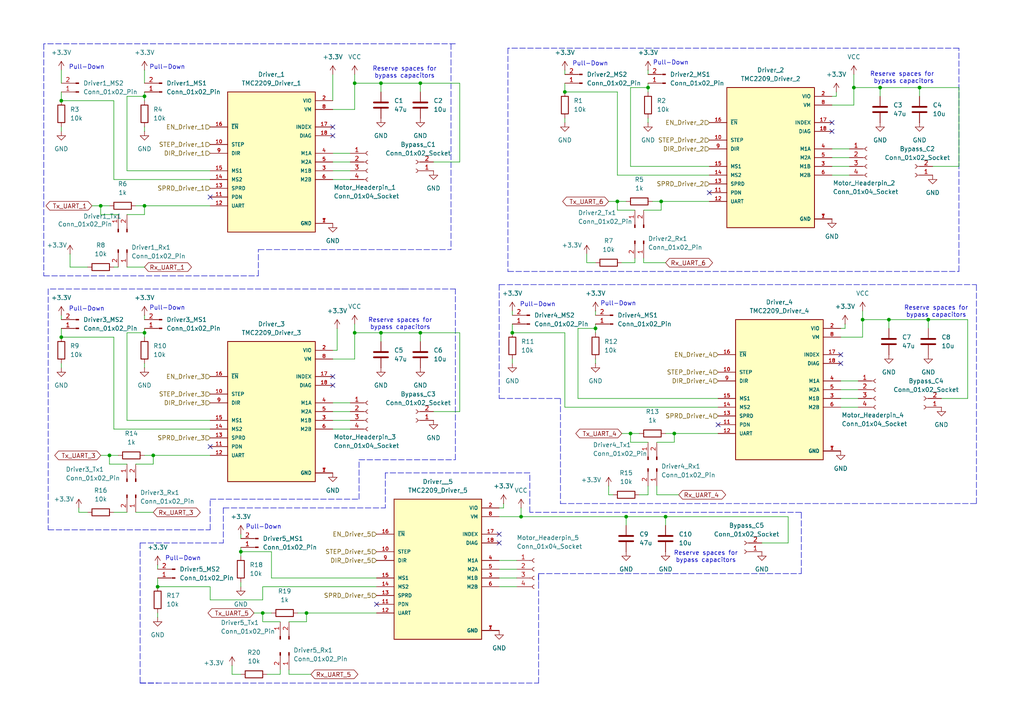
<source format=kicad_sch>
(kicad_sch (version 20231120) (generator "eeschema") (generator_version "8.0")
  (paper "A4")
  (junction (at 266.7 25.4))
  (junction (at 182.88 125.73))
  (junction (at 102.87 24.13))
  (junction (at 69.85 160.02))
  (junction (at 172.72 95.25))
  (junction (at 29.21 59.69))
  (junction (at 121.92 96.52))
  (junction (at 41.91 59.69))
  (junction (at 148.59 96.52))
  (junction (at 41.91 96.52))
  (junction (at 41.91 27.94))
  (junction (at 76.2 177.8))
  (junction (at 45.72 170.18))
  (junction (at 88.9 177.8))
  (junction (at 151.13 149.86))
  (junction (at 110.49 24.13))
  (junction (at 31.75 132.08))
  (junction (at 181.61 149.86))
  (junction (at 257.81 92.71))
  (junction (at 191.77 58.42))
  (junction (at 110.49 96.52))
  (junction (at 17.78 29.21))
  (junction (at 179.07 58.42))
  (junction (at 102.87 96.52))
  (junction (at 44.45 132.08))
  (junction (at 193.04 149.86))
  (junction (at 195.58 125.73))
  (junction (at 187.96 25.4))
  (junction (at 163.83 26.67))
  (junction (at 247.65 25.4))
  (junction (at 269.24 92.71))
  (junction (at 255.27 25.4))
  (junction (at 17.78 97.79))
  (junction (at 121.92 24.13))
  (junction (at 250.19 92.71))
  (no_connect (at 96.52 109.22))
  (no_connect (at 243.84 102.87))
  (no_connect (at 205.74 55.88))
  (no_connect (at 96.52 36.83))
  (no_connect (at 96.52 39.37))
  (no_connect (at 96.52 111.76))
  (no_connect (at 208.28 123.19))
  (no_connect (at 109.22 175.26))
  (no_connect (at 60.96 129.54))
  (no_connect (at 144.78 154.94))
  (no_connect (at 60.96 57.15))
  (no_connect (at 144.78 157.48))
  (no_connect (at 241.3 35.56))
  (no_connect (at 241.3 38.1))
  (no_connect (at 243.84 105.41))
  (wire (pts (xy 182.88 125.73) (xy 182.88 128.27)))
  (polyline (pts (xy 40.64 157.48) (xy 64.77 157.48)) (stroke (width 0) (type dash)))
  (wire (pts (xy 31.75 132.08) (xy 31.75 134.62)))
  (wire (pts (xy 102.87 31.75) (xy 96.52 31.75)))
  (polyline (pts (xy 74.93 80.01) (xy 74.93 72.39)) (stroke (width 0) (type dash)))
  (polyline (pts (xy 147.32 78.74) (xy 278.13 78.74)) (stroke (width 0) (type dash)))
  (wire (pts (xy 60.96 52.07) (xy 33.02 52.07)))
  (polyline (pts (xy 156.21 198.12) (xy 156.21 166.37)) (stroke (width 0) (type dash)))
  (wire (pts (xy 33.02 124.46) (xy 60.96 124.46)))
  (wire (pts (xy 172.72 95.25) (xy 172.72 93.98)))
  (wire (pts (xy 69.85 160.02) (xy 69.85 161.29)))
  (wire (pts (xy 243.84 118.11) (xy 248.92 118.11)))
  (wire (pts (xy 144.78 162.56) (xy 149.86 162.56)))
  (wire (pts (xy 181.61 152.4) (xy 181.61 149.86)))
  (polyline (pts (xy 13.97 153.67) (xy 60.96 153.67)) (stroke (width 0) (type dash)))
  (polyline (pts (xy 116.84 83.82) (xy 13.97 83.82)) (stroke (width 0) (type dash)))
  (wire (pts (xy 83.82 180.34) (xy 88.9 180.34)))
  (wire (pts (xy 33.02 148.59) (xy 36.83 148.59)))
  (wire (pts (xy 41.91 91.44) (xy 41.91 92.71)))
  (wire (pts (xy 242.57 26.67) (xy 242.57 27.94)))
  (wire (pts (xy 67.31 193.04) (xy 67.31 195.58)))
  (wire (pts (xy 73.66 177.8) (xy 76.2 177.8)))
  (wire (pts (xy 76.2 173.99) (xy 76.2 170.18)))
  (wire (pts (xy 20.32 73.66) (xy 20.32 77.47)))
  (wire (pts (xy 102.87 24.13) (xy 102.87 31.75)))
  (wire (pts (xy 102.87 96.52) (xy 102.87 104.14)))
  (wire (pts (xy 60.96 170.18) (xy 60.96 173.99)))
  (wire (pts (xy 170.18 73.66) (xy 170.18 76.2)))
  (wire (pts (xy 41.91 106.68) (xy 41.91 105.41)))
  (wire (pts (xy 17.78 97.79) (xy 17.78 95.25)))
  (wire (pts (xy 102.87 24.13) (xy 110.49 24.13)))
  (wire (pts (xy 36.83 27.94) (xy 36.83 49.53)))
  (wire (pts (xy 241.3 45.72) (xy 246.38 45.72)))
  (wire (pts (xy 69.85 170.18) (xy 69.85 168.91)))
  (wire (pts (xy 41.91 27.94) (xy 41.91 26.67)))
  (polyline (pts (xy 40.64 198.12) (xy 156.21 198.12)) (stroke (width 0) (type dash)))
  (wire (pts (xy 191.77 58.42) (xy 205.74 58.42)))
  (wire (pts (xy 250.19 92.71) (xy 250.19 97.79)))
  (wire (pts (xy 182.88 125.73) (xy 185.42 125.73)))
  (wire (pts (xy 125.73 46.99) (xy 133.35 46.99)))
  (polyline (pts (xy 162.56 146.05) (xy 283.21 146.05)) (stroke (width 0) (type dash)))
  (wire (pts (xy 86.36 177.8) (xy 88.9 177.8)))
  (wire (pts (xy 44.45 134.62) (xy 44.45 132.08)))
  (wire (pts (xy 148.59 96.52) (xy 148.59 93.98)))
  (wire (pts (xy 45.72 170.18) (xy 45.72 167.64)))
  (wire (pts (xy 273.05 115.57) (xy 280.67 115.57)))
  (wire (pts (xy 83.82 194.31) (xy 83.82 195.58)))
  (wire (pts (xy 185.42 143.51) (xy 187.96 143.51)))
  (wire (pts (xy 163.83 26.67) (xy 163.83 24.13)))
  (polyline (pts (xy 132.08 12.7) (xy 12.7 12.7)) (stroke (width 0) (type dash)))
  (wire (pts (xy 31.75 134.62) (xy 36.83 134.62)))
  (polyline (pts (xy 147.32 13.97) (xy 147.32 78.74)) (stroke (width 0) (type dash)))
  (wire (pts (xy 167.64 95.25) (xy 167.64 115.57)))
  (polyline (pts (xy 12.7 80.01) (xy 74.93 80.01)) (stroke (width 0) (type dash)))
  (polyline (pts (xy 232.41 148.59) (xy 153.67 148.59)) (stroke (width 0) (type dash)))
  (polyline (pts (xy 153.67 137.16) (xy 111.76 137.16)) (stroke (width 0) (type dash)))
  (wire (pts (xy 69.85 154.94) (xy 69.85 156.21)))
  (wire (pts (xy 172.72 90.17) (xy 172.72 91.44)))
  (wire (pts (xy 45.72 163.83) (xy 45.72 165.1)))
  (wire (pts (xy 241.3 48.26) (xy 246.38 48.26)))
  (wire (pts (xy 17.78 38.1) (xy 17.78 36.83)))
  (wire (pts (xy 163.83 20.32) (xy 163.83 21.59)))
  (wire (pts (xy 133.35 119.38) (xy 133.35 96.52)))
  (wire (pts (xy 172.72 95.25) (xy 167.64 95.25)))
  (wire (pts (xy 176.53 143.51) (xy 177.8 143.51)))
  (wire (pts (xy 250.19 97.79) (xy 243.84 97.79)))
  (polyline (pts (xy 13.97 83.82) (xy 13.97 153.67)) (stroke (width 0) (type dash)))
  (wire (pts (xy 102.87 96.52) (xy 110.49 96.52)))
  (wire (pts (xy 110.49 96.52) (xy 121.92 96.52)))
  (wire (pts (xy 17.78 20.32) (xy 17.78 24.13)))
  (wire (pts (xy 17.78 29.21) (xy 17.78 26.67)))
  (wire (pts (xy 193.04 149.86) (xy 193.04 152.4)))
  (wire (pts (xy 182.88 25.4) (xy 182.88 48.26)))
  (wire (pts (xy 176.53 58.42) (xy 179.07 58.42)))
  (wire (pts (xy 133.35 46.99) (xy 133.35 24.13)))
  (wire (pts (xy 179.07 26.67) (xy 163.83 26.67)))
  (wire (pts (xy 41.91 29.21) (xy 41.91 27.94)))
  (wire (pts (xy 172.72 105.41) (xy 172.72 104.14)))
  (wire (pts (xy 29.21 62.23) (xy 34.29 62.23)))
  (polyline (pts (xy 74.93 72.39) (xy 130.81 72.39)) (stroke (width 0) (type dash)))
  (wire (pts (xy 179.07 26.67) (xy 179.07 50.8)))
  (wire (pts (xy 78.74 160.02) (xy 78.74 167.64)))
  (wire (pts (xy 151.13 147.32) (xy 151.13 149.86)))
  (wire (pts (xy 208.28 118.11) (xy 163.83 118.11)))
  (wire (pts (xy 31.75 132.08) (xy 34.29 132.08)))
  (wire (pts (xy 44.45 132.08) (xy 60.96 132.08)))
  (wire (pts (xy 102.87 104.14) (xy 96.52 104.14)))
  (wire (pts (xy 76.2 177.8) (xy 76.2 180.34)))
  (wire (pts (xy 36.83 49.53) (xy 60.96 49.53)))
  (polyline (pts (xy 104.14 133.35) (xy 132.08 133.35)) (stroke (width 0) (type dash)))
  (wire (pts (xy 247.65 25.4) (xy 247.65 30.48)))
  (polyline (pts (xy 156.21 166.37) (xy 156.21 168.91)) (stroke (width 0) (type dash)))
  (wire (pts (xy 29.21 59.69) (xy 29.21 62.23)))
  (wire (pts (xy 247.65 30.48) (xy 241.3 30.48)))
  (wire (pts (xy 191.77 60.96) (xy 191.77 58.42)))
  (polyline (pts (xy 278.13 13.97) (xy 147.32 13.97)) (stroke (width 0) (type dash)))
  (wire (pts (xy 280.67 92.71) (xy 269.24 92.71)))
  (wire (pts (xy 97.79 95.25) (xy 97.79 101.6)))
  (wire (pts (xy 180.34 76.2) (xy 184.15 76.2)))
  (wire (pts (xy 250.19 92.71) (xy 257.81 92.71)))
  (wire (pts (xy 255.27 27.94) (xy 255.27 25.4)))
  (wire (pts (xy 184.15 76.2) (xy 184.15 74.93)))
  (wire (pts (xy 41.91 96.52) (xy 41.91 95.25)))
  (wire (pts (xy 241.3 50.8) (xy 246.38 50.8)))
  (wire (pts (xy 88.9 180.34) (xy 88.9 177.8)))
  (wire (pts (xy 243.84 110.49) (xy 248.92 110.49)))
  (wire (pts (xy 76.2 170.18) (xy 109.22 170.18)))
  (polyline (pts (xy 156.21 166.37) (xy 232.41 166.37)) (stroke (width 0) (type dash)))
  (polyline (pts (xy 116.84 83.82) (xy 132.08 83.82)) (stroke (width 0) (type dash)))
  (wire (pts (xy 34.29 77.47) (xy 33.02 77.47)))
  (wire (pts (xy 187.96 35.56) (xy 187.96 34.29)))
  (wire (pts (xy 179.07 60.96) (xy 184.15 60.96)))
  (wire (pts (xy 167.64 115.57) (xy 208.28 115.57)))
  (wire (pts (xy 133.35 24.13) (xy 121.92 24.13)))
  (wire (pts (xy 186.69 60.96) (xy 191.77 60.96)))
  (wire (pts (xy 133.35 96.52) (xy 121.92 96.52)))
  (wire (pts (xy 60.96 170.18) (xy 45.72 170.18)))
  (wire (pts (xy 96.52 121.92) (xy 101.6 121.92)))
  (wire (pts (xy 228.6 149.86) (xy 193.04 149.86)))
  (wire (pts (xy 20.32 77.47) (xy 25.4 77.47)))
  (wire (pts (xy 186.69 76.2) (xy 193.04 76.2)))
  (wire (pts (xy 189.23 58.42) (xy 191.77 58.42)))
  (wire (pts (xy 110.49 24.13) (xy 121.92 24.13)))
  (wire (pts (xy 172.72 96.52) (xy 172.72 95.25)))
  (wire (pts (xy 121.92 96.52) (xy 121.92 99.06)))
  (wire (pts (xy 96.52 49.53) (xy 101.6 49.53)))
  (wire (pts (xy 96.52 44.45) (xy 101.6 44.45)))
  (polyline (pts (xy 144.78 82.55) (xy 283.21 82.55)) (stroke (width 0) (type dash)))
  (wire (pts (xy 190.5 143.51) (xy 196.85 143.51)))
  (wire (pts (xy 220.98 157.48) (xy 228.6 157.48)))
  (wire (pts (xy 269.24 92.71) (xy 269.24 95.25)))
  (wire (pts (xy 144.78 170.18) (xy 149.86 170.18)))
  (wire (pts (xy 36.83 96.52) (xy 36.83 121.92)))
  (polyline (pts (xy 162.56 115.57) (xy 162.56 146.05)) (stroke (width 0) (type dash)))
  (wire (pts (xy 257.81 95.25) (xy 257.81 92.71)))
  (wire (pts (xy 266.7 25.4) (xy 266.7 27.94)))
  (wire (pts (xy 187.96 26.67) (xy 187.96 25.4)))
  (wire (pts (xy 33.02 29.21) (xy 33.02 52.07)))
  (wire (pts (xy 187.96 20.32) (xy 187.96 21.59)))
  (wire (pts (xy 186.69 74.93) (xy 186.69 76.2)))
  (wire (pts (xy 151.13 149.86) (xy 181.61 149.86)))
  (polyline (pts (xy 153.67 148.59) (xy 153.67 137.16)) (stroke (width 0) (type dash)))
  (polyline (pts (xy 232.41 166.37) (xy 232.41 148.59)) (stroke (width 0) (type dash)))
  (wire (pts (xy 29.21 59.69) (xy 31.75 59.69)))
  (polyline (pts (xy 278.13 78.74) (xy 278.13 13.97)) (stroke (width 0) (type dash)))
  (wire (pts (xy 146.05 147.32) (xy 144.78 147.32)))
  (wire (pts (xy 195.58 128.27) (xy 195.58 125.73)))
  (polyline (pts (xy 64.77 147.32) (xy 111.76 147.32)) (stroke (width 0) (type dash)))
  (wire (pts (xy 22.86 147.32) (xy 22.86 148.59)))
  (wire (pts (xy 247.65 21.59) (xy 247.65 25.4)))
  (polyline (pts (xy 144.78 82.55) (xy 144.78 115.57)) (stroke (width 0) (type dash)))
  (wire (pts (xy 17.78 106.68) (xy 17.78 105.41)))
  (wire (pts (xy 180.34 125.73) (xy 182.88 125.73)))
  (wire (pts (xy 83.82 195.58) (xy 90.17 195.58)))
  (wire (pts (xy 241.3 43.18) (xy 246.38 43.18)))
  (wire (pts (xy 187.96 25.4) (xy 187.96 24.13)))
  (polyline (pts (xy 283.21 146.05) (xy 283.21 82.55)) (stroke (width 0) (type dash)))
  (wire (pts (xy 228.6 157.48) (xy 228.6 149.86)))
  (wire (pts (xy 125.73 119.38) (xy 133.35 119.38)))
  (wire (pts (xy 39.37 59.69) (xy 41.91 59.69)))
  (wire (pts (xy 148.59 90.17) (xy 148.59 91.44)))
  (wire (pts (xy 17.78 91.44) (xy 17.78 92.71)))
  (polyline (pts (xy 60.96 144.78) (xy 104.14 144.78)) (stroke (width 0) (type dash)))
  (wire (pts (xy 76.2 180.34) (xy 81.28 180.34)))
  (wire (pts (xy 96.52 116.84) (xy 101.6 116.84)))
  (polyline (pts (xy 132.08 133.35) (xy 132.08 83.82)) (stroke (width 0) (type dash)))
  (wire (pts (xy 146.05 146.05) (xy 146.05 147.32)))
  (wire (pts (xy 33.02 97.79) (xy 17.78 97.79)))
  (wire (pts (xy 78.74 167.64) (xy 109.22 167.64)))
  (wire (pts (xy 245.11 93.98) (xy 245.11 95.25)))
  (polyline (pts (xy 111.76 137.16) (xy 111.76 147.32)) (stroke (width 0) (type dash)))
  (wire (pts (xy 29.21 132.08) (xy 31.75 132.08)))
  (wire (pts (xy 96.52 124.46) (xy 101.6 124.46)))
  (wire (pts (xy 39.37 148.59) (xy 44.45 148.59)))
  (wire (pts (xy 110.49 26.67) (xy 110.49 24.13)))
  (wire (pts (xy 195.58 125.73) (xy 208.28 125.73)))
  (polyline (pts (xy 40.64 157.48) (xy 40.64 198.12)) (stroke (width 0) (type dash)))
  (polyline (pts (xy 104.14 144.78) (xy 104.14 133.35)) (stroke (width 0) (type dash)))
  (wire (pts (xy 182.88 128.27) (xy 187.96 128.27)))
  (wire (pts (xy 41.91 132.08) (xy 44.45 132.08)))
  (wire (pts (xy 144.78 167.64) (xy 149.86 167.64)))
  (wire (pts (xy 163.83 96.52) (xy 148.59 96.52)))
  (wire (pts (xy 163.83 35.56) (xy 163.83 34.29)))
  (wire (pts (xy 102.87 93.98) (xy 102.87 96.52)))
  (wire (pts (xy 250.19 90.17) (xy 250.19 92.71)))
  (wire (pts (xy 88.9 177.8) (xy 109.22 177.8)))
  (polyline (pts (xy 12.7 12.7) (xy 12.7 80.01)) (stroke (width 0) (type dash)))
  (wire (pts (xy 96.52 52.07) (xy 101.6 52.07)))
  (wire (pts (xy 190.5 140.97) (xy 190.5 143.51)))
  (wire (pts (xy 278.13 25.4) (xy 266.7 25.4)))
  (polyline (pts (xy 144.78 115.57) (xy 162.56 115.57)) (stroke (width 0) (type dash)))
  (wire (pts (xy 187.96 25.4) (xy 182.88 25.4)))
  (wire (pts (xy 41.91 38.1) (xy 41.91 36.83)))
  (wire (pts (xy 193.04 125.73) (xy 195.58 125.73)))
  (wire (pts (xy 243.84 115.57) (xy 248.92 115.57)))
  (wire (pts (xy 22.86 148.59) (xy 25.4 148.59)))
  (wire (pts (xy 144.78 165.1) (xy 149.86 165.1)))
  (wire (pts (xy 45.72 179.07) (xy 45.72 177.8)))
  (wire (pts (xy 245.11 95.25) (xy 243.84 95.25)))
  (wire (pts (xy 179.07 50.8) (xy 205.74 50.8)))
  (wire (pts (xy 170.18 76.2) (xy 172.72 76.2)))
  (polyline (pts (xy 40.64 198.12) (xy 45.72 198.12)) (stroke (width 0) (type dash)))
  (wire (pts (xy 148.59 105.41) (xy 148.59 104.14)))
  (wire (pts (xy 243.84 113.03) (xy 248.92 113.03)))
  (wire (pts (xy 176.53 140.97) (xy 176.53 143.51)))
  (wire (pts (xy 278.13 48.26) (xy 278.13 25.4)))
  (wire (pts (xy 33.02 29.21) (xy 17.78 29.21)))
  (wire (pts (xy 41.91 27.94) (xy 36.83 27.94)))
  (wire (pts (xy 270.51 48.26) (xy 278.13 48.26)))
  (wire (pts (xy 247.65 25.4) (xy 255.27 25.4)))
  (wire (pts (xy 242.57 27.94) (xy 241.3 27.94)))
  (wire (pts (xy 181.61 149.86) (xy 193.04 149.86)))
  (wire (pts (xy 96.52 119.38) (xy 101.6 119.38)))
  (wire (pts (xy 163.83 118.11) (xy 163.83 96.52)))
  (wire (pts (xy 39.37 134.62) (xy 44.45 134.62)))
  (wire (pts (xy 41.91 20.32) (xy 41.91 24.13)))
  (wire (pts (xy 76.2 177.8) (xy 78.74 177.8)))
  (wire (pts (xy 96.52 21.59) (xy 96.52 29.21)))
  (wire (pts (xy 179.07 58.42) (xy 181.61 58.42)))
  (wire (pts (xy 81.28 195.58) (xy 81.28 194.31)))
  (wire (pts (xy 77.47 195.58) (xy 81.28 195.58)))
  (wire (pts (xy 182.88 48.26) (xy 205.74 48.26)))
  (wire (pts (xy 41.91 96.52) (xy 36.83 96.52)))
  (wire (pts (xy 96.52 46.99) (xy 101.6 46.99)))
  (wire (pts (xy 110.49 99.06) (xy 110.49 96.52)))
  (wire (pts (xy 121.92 24.13) (xy 121.92 26.67)))
  (wire (pts (xy 255.27 25.4) (xy 266.7 25.4)))
  (wire (pts (xy 60.96 173.99) (xy 76.2 173.99)))
  (polyline (pts (xy 60.96 153.67) (xy 60.96 144.78)) (stroke (width 0) (type dash)))
  (wire (pts (xy 41.91 59.69) (xy 60.96 59.69)))
  (wire (pts (xy 190.5 128.27) (xy 195.58 128.27)))
  (wire (pts (xy 36.83 77.47) (xy 41.91 77.47)))
  (wire (pts (xy 36.83 62.23) (xy 41.91 62.23)))
  (wire (pts (xy 33.02 97.79) (xy 33.02 124.46)))
  (polyline (pts (xy 64.77 147.32) (xy 64.77 157.48)) (stroke (width 0) (type dash)))
  (wire (pts (xy 41.91 97.79) (xy 41.91 96.52)))
  (wire (pts (xy 97.79 101.6) (xy 96.52 101.6)))
  (wire (pts (xy 26.67 59.69) (xy 29.21 59.69)))
  (wire (pts (xy 41.91 62.23) (xy 41.91 59.69)))
  (wire (pts (xy 69.85 158.75) (xy 69.85 160.02)))
  (wire (pts (xy 67.31 195.58) (xy 69.85 195.58)))
  (wire (pts (xy 187.96 143.51) (xy 187.96 140.97)))
  (wire (pts (xy 69.85 160.02) (xy 78.74 160.02)))
  (wire (pts (xy 36.83 121.92) (xy 60.96 121.92)))
  (wire (pts (xy 151.13 149.86) (xy 144.78 149.86)))
  (wire (pts (xy 102.87 21.59) (xy 102.87 24.13)))
  (wire (pts (xy 257.81 92.71) (xy 269.24 92.71)))
  (polyline (pts (xy 130.81 12.7) (xy 130.81 72.39)) (stroke (width 0) (type dash)))
  (wire (pts (xy 280.67 115.57) (xy 280.67 92.71)))
  (wire (pts (xy 179.07 58.42) (xy 179.07 60.96)))
  (text "Reserve spaces for\nbypass capacitors" (at 271.526 90.424 0) (effects (font (size 1.27 1.27))))
  (text "Reserve spaces for\nbypass capacitors" (at 117.348 21.082 0) (effects (font (size 1.27 1.27))))
  (text "Pull-Down" (at 53.086 162.052 0) (effects (font (size 1.27 1.27))))
  (text "Pull-Down" (at 155.956 88.392 0) (effects (font (size 1.27 1.27))))
  (text "Pull-Down" (at 48.514 19.558 0) (effects (font (size 1.27 1.27))))
  (text "Pull-Down" (at 25.146 89.662 0) (effects (font (size 1.27 1.27))))
  (text "Pull-Down" (at 48.514 89.408 0) (effects (font (size 1.27 1.27))))
  (text "Reserve spaces for \nbypass capacitors" (at 262.128 22.606 0) (effects (font (size 1.27 1.27))))
  (text "Reserve spaces for\nbypass capacitors" (at 204.724 161.544 0) (effects (font (size 1.27 1.27))))
  (text "Pull-Down" (at 179.324 88.138 0) (effects (font (size 1.27 1.27))))
  (text "Pull-Down" (at 194.564 18.288 0) (effects (font (size 1.27 1.27))))
  (text "Reserve spaces for\nbypass capacitors" (at 116.078 93.98 0) (effects (font (size 1.27 1.27))))
  (text "Pull-Down" (at 171.196 18.542 0) (effects (font (size 1.27 1.27))))
  (text "Pull-Down" (at 76.454 152.908 0) (effects (font (size 1.27 1.27))))
  (text "Pull-Down" (at 25.146 19.558 0) (effects (font (size 1.27 1.27))))
  (global_label "Rx_UART_1" (shape bidirectional) (at 41.91 77.47 0) (property "Intersheetrefs" "${INTERSHEET_REFS}" (effects (hide yes))))
  (global_label "Rx_UART_4" (shape bidirectional) (at 196.85 143.51 0) (property "Intersheetrefs" "${INTERSHEET_REFS}" (effects (hide yes))))
  (global_label "Rx_UART_6" (shape bidirectional) (at 193.04 76.2 0) (property "Intersheetrefs" "${INTERSHEET_REFS}" (effects (hide yes))))
  (global_label "Rx_UART_3" (shape bidirectional) (at 44.45 148.59 0) (property "Intersheetrefs" "${INTERSHEET_REFS}" (effects (hide yes))))
  (global_label "Tx_UART_3" (shape bidirectional) (at 29.21 132.08 180) (property "Intersheetrefs" "${INTERSHEET_REFS}" (effects (hide yes))))
  (global_label "Tx_UART_6" (shape bidirectional) (at 176.53 58.42 180) (property "Intersheetrefs" "${INTERSHEET_REFS}" (effects (hide yes))))
  (global_label "Tx_UART_5" (shape bidirectional) (at 73.66 177.8 180) (property "Intersheetrefs" "${INTERSHEET_REFS}" (effects (hide yes))))
  (global_label "Tx_UART_4" (shape bidirectional) (at 180.34 125.73 180) (property "Intersheetrefs" "${INTERSHEET_REFS}" (effects (hide yes))))
  (global_label "Tx_UART_1" (shape bidirectional) (at 26.67 59.69 180) (property "Intersheetrefs" "${INTERSHEET_REFS}" (effects (hide yes))))
  (global_label "Rx_UART_5" (shape bidirectional) (at 90.17 195.58 0) (property "Intersheetrefs" "${INTERSHEET_REFS}" (effects (hide yes))))
  (hierarchical_label "STEP_Driver_4" (shape input) (at 208.28 107.95 180))
  (hierarchical_label "DIR_Driver_3" (shape input) (at 60.96 116.84 180))
  (hierarchical_label "SPRD_Driver_4" (shape input) (at 208.28 120.65 180))
  (hierarchical_label "DIR_Driver_1" (shape input) (at 60.96 44.45 180))
  (hierarchical_label "DIR_Driver_4" (shape input) (at 208.28 110.49 180))
  (hierarchical_label "STEP_Driver_2" (shape input) (at 205.74 40.64 180))
  (hierarchical_label "DIR_Driver_2" (shape input) (at 205.74 43.18 180))
  (hierarchical_label "STEP_Driver_3" (shape input) (at 60.96 114.3 180))
  (hierarchical_label "SPRD_Driver_3" (shape input) (at 60.96 127 180))
  (hierarchical_label "DIR_Driver_5" (shape input) (at 109.22 162.56 180))
  (hierarchical_label "EN_Driver_4" (shape input) (at 208.28 102.87 180))
  (hierarchical_label "EN_Driver_1" (shape input) (at 60.96 36.83 180))
  (hierarchical_label "SPRD_Driver_5" (shape input) (at 109.22 172.72 180))
  (hierarchical_label "SPRD_Driver_1" (shape input) (at 60.96 54.61 180))
  (hierarchical_label "EN_Driver_5" (shape input) (at 109.22 154.94 180))
  (hierarchical_label "STEP_Driver_1" (shape input) (at 60.96 41.91 180))
  (hierarchical_label "EN_Driver_3" (shape input) (at 60.96 109.22 180))
  (hierarchical_label "STEP_Driver_5" (shape input) (at 109.22 160.02 180))
  (hierarchical_label "EN_Driver_2" (shape input) (at 205.74 35.56 180))
  (hierarchical_label "SPRD_Driver_2" (shape input) (at 205.74 53.34 180))
  (symbol (lib_id "Device:R") (at 82.55 177.8 90) (unit 1)
    (property "Reference" "R19" (at 82.55 171.45 90))
    (property "Value" "1k" (at 82.55 173.99 90))
    (property "Footprint" "Resistor_SMD:R_1206_3216Metric_Pad1.30x1.75mm_HandSolder" (effects (hide yes)))
    (property "Description" "Resistor" (effects (hide yes)))
  )
  (symbol (lib_id "Connector:Conn_01x02_Pin") (at 50.8 167.64 180) (unit 1)
    (property "Reference" "Driver5_MS2" (at 52.07 165.0999 0) (effects (justify right)))
    (property "Value" "Conn_01x02_Pin" (at 52.07 167.6399 0) (effects (justify right)))
    (property "Footprint" "Connector_PinHeader_2.54mm:PinHeader_1x02_P2.54mm_Vertical_SMD_Pin1Left" (effects (hide yes)))
    (property "Description" "Generic connector, single row, 01x02, script generated" (effects (hide yes)))
  )
  (symbol (lib_id "Device:R") (at 176.53 76.2 90) (unit 1)
    (property "Reference" "R7" (at 176.53 69.85 90))
    (property "Value" "10k" (at 176.53 72.39 90))
    (property "Footprint" "Resistor_SMD:R_1206_3216Metric_Pad1.30x1.75mm_HandSolder" (effects (hide yes)))
    (property "Description" "Resistor" (effects (hide yes)))
  )
  (symbol (lib_id "Device:C") (at 110.49 102.87 0) (unit 1)
    (property "Reference" "C5" (at 114.3 101.5999 0) (effects (justify left)))
    (property "Value" "47u" (at 114.3 104.1399 0) (effects (justify left)))
    (property "Footprint" "Capacitor_SMD:C_1206_3216Metric_Pad1.33x1.80mm_HandSolder" (effects (hide yes)))
    (property "Description" "Unpolarized capacitor" (effects (hide yes)))
  )
  (symbol (lib_id "Device:C") (at 257.81 99.06 0) (unit 1)
    (property "Reference" "C7" (at 261.62 97.7899 0) (effects (justify left)))
    (property "Value" "47u" (at 261.62 100.3299 0) (effects (justify left)))
    (property "Footprint" "Capacitor_SMD:C_1206_3216Metric_Pad1.33x1.80mm_HandSolder" (effects (hide yes)))
    (property "Description" "Unpolarized capacitor" (effects (hide yes)))
  )
  (symbol (lib_id "TMC2209_SILENTSTEPSTICK:TMC2209_SILENTSTEPSTICK") (at 78.74 46.99 0) (unit 1)
    (property "Reference" "Driver_1" (at 78.74 21.59 0))
    (property "Value" "TMC2209_Driver_1" (at 78.74 24.13 0))
    (property "Footprint" "TMC2209_SILENTSTEPSTICK:MODULE_TMC2209_SILENTSTEPSTICK" (effects (hide yes)))
    (property "MF" "Trinamic Motion Control GmbH" (effects (hide yes)))
    (property "Description_1" "\n                        \n                            TMC2209 Motor Controller/Driver Power Management Evaluation Board\n                        \n" (effects (hide yes)))
    (property "Package" "None" (effects (hide yes)))
    (property "Price" "None" (effects (hide yes)))
    (property "Check_prices" "https://www.snapeda.com/parts/TMC2209%20SILENTSTEPSTICK/Trinamic/view-part/?ref=eda" (effects (hide yes)))
    (property "STANDARD" "Manufacturer Recommendations" (effects (hide yes)))
    (property "PARTREV" "1.20" (effects (hide yes)))
    (property "SnapEDA_Link" "https://www.snapeda.com/parts/TMC2209%20SILENTSTEPSTICK/Trinamic/view-part/?ref=snap" (effects (hide yes)))
    (property "MP" "TMC2209 SILENTSTEPSTICK" (effects (hide yes)))
    (property "MANUFACTURER" "Trinamic Motion Control GmbH" (effects (hide yes)))
    (property "Availability" "In Stock" (effects (hide yes)))
    (property "SNAPEDA_PN" "TMC2209 SILENTSTEPSTICK" (effects (hide yes)))
  )
  (symbol (lib_id "Connector:Conn_01x02_Pin") (at 46.99 26.67 180) (unit 1)
    (property "Reference" "Driver1_MS1" (at 48.26 24.1299 0) (effects (justify right)))
    (property "Value" "Conn_01x02_Pin" (at 48.26 26.6699 0) (effects (justify right)))
    (property "Footprint" "Connector_PinHeader_2.54mm:PinHeader_1x02_P2.54mm_Vertical_SMD_Pin1Left" (effects (hide yes)))
    (property "Description" "Generic connector, single row, 01x02, script generated" (effects (hide yes)))
  )
  (symbol (lib_id "power:GND") (at 96.52 137.16 0) (unit 1)
    (property "Reference" "#PWR041" (effects (hide yes)))
    (property "Value" "GND" (at 96.52 142.24 0))
    (property "Description" "Power symbol creates a global label with name \"GND\" , ground" (effects (hide yes)))
  )
  (symbol (lib_id "power:GND") (at 110.49 106.68 0) (unit 1)
    (property "Reference" "#PWR059" (effects (hide yes)))
    (property "Value" "GND" (at 110.49 111.76 0))
    (property "Description" "Power symbol creates a global label with name \"GND\" , ground" (effects (hide yes)))
  )
  (symbol (lib_id "Connector:Conn_01x02_Socket") (at 120.65 121.92 180) (unit 1)
    (property "Reference" "Bypass_C3" (at 121.285 114.3 0))
    (property "Value" "Conn_01x02_Socket" (at 121.285 116.84 0))
    (property "Footprint" "Connector_PinSocket_2.54mm:PinSocket_1x02_P2.54mm_Vertical_SMD_Pin1Left" (effects (hide yes)))
    (property "Description" "Generic connector, single row, 01x02, script generated" (effects (hide yes)))
  )
  (symbol (lib_id "Connector:Conn_01x04_Socket") (at 154.94 165.1 0) (unit 1)
    (property "Reference" "Motor_Headerpin_5" (at 149.86 155.956 0) (effects (justify left)))
    (property "Value" "Conn_01x04_Socket" (at 149.86 158.496 0) (effects (justify left)))
    (property "Footprint" "Connector_PinSocket_2.54mm:PinSocket_1x04_P2.54mm_Vertical" (effects (hide yes)))
    (property "Description" "Generic connector, single row, 01x04, script generated" (effects (hide yes)))
  )
  (symbol (lib_id "Connector:Conn_01x02_Pin") (at 193.04 24.13 180) (unit 1)
    (property "Reference" "Driver2_MS1" (at 194.31 21.5899 0) (effects (justify right)))
    (property "Value" "Conn_01x02_Pin" (at 194.31 24.1299 0) (effects (justify right)))
    (property "Footprint" "Connector_PinHeader_2.54mm:PinHeader_1x02_P2.54mm_Vertical_SMD_Pin1Left" (effects (hide yes)))
    (property "Description" "Generic connector, single row, 01x02, script generated" (effects (hide yes)))
  )
  (symbol (lib_id "power:+3.3V") (at 17.78 20.32 0) (unit 1)
    (property "Reference" "#PWR014" (effects (hide yes)))
    (property "Value" "+3.3V" (at 17.78 15.24 0))
    (property "Description" "Power symbol creates a global label with name \"+3.3V\"" (effects (hide yes)))
  )
  (symbol (lib_id "power:+3.3V") (at 41.91 20.32 0) (unit 1)
    (property "Reference" "#PWR015" (effects (hide yes)))
    (property "Value" "+3.3V" (at 41.91 15.24 0))
    (property "Description" "Power symbol creates a global label with name \"+3.3V\"" (effects (hide yes)))
  )
  (symbol (lib_id "Device:R") (at 69.85 165.1 180) (unit 1)
    (property "Reference" "R18" (at 72.39 163.8299 0) (effects (justify right)))
    (property "Value" "10k" (at 72.39 166.3699 0) (effects (justify right)))
    (property "Footprint" "Resistor_SMD:R_1206_3216Metric_Pad1.30x1.75mm_HandSolder" (effects (hide yes)))
    (property "Description" "Resistor" (effects (hide yes)))
  )
  (symbol (lib_id "Connector:Conn_01x02_Pin") (at 36.83 72.39 270) (unit 1)
    (property "Reference" "Driver1_Rx1" (at 38.1 71.7549 90) (effects (justify left)))
    (property "Value" "Conn_01x02_Pin" (at 38.1 74.2949 90) (effects (justify left)))
    (property "Footprint" "Connector_PinHeader_2.54mm:PinHeader_1x02_P2.54mm_Vertical_SMD_Pin1Left" (effects (hide yes)))
    (property "Description" "Generic connector, single row, 01x02, script generated" (effects (hide yes)))
  )
  (symbol (lib_id "Connector:Conn_01x02_Pin") (at 74.93 158.75 180) (unit 1)
    (property "Reference" "Driver5_MS1" (at 76.2 156.2099 0) (effects (justify right)))
    (property "Value" "Conn_01x02_Pin" (at 76.2 158.7499 0) (effects (justify right)))
    (property "Footprint" "Connector_PinHeader_2.54mm:PinHeader_1x02_P2.54mm_Vertical_SMD_Pin1Left" (effects (hide yes)))
    (property "Description" "Generic connector, single row, 01x02, script generated" (effects (hide yes)))
  )
  (symbol (lib_id "power:GND") (at 193.04 160.02 0) (unit 1)
    (property "Reference" "#PWR064" (effects (hide yes)))
    (property "Value" "GND" (at 193.04 165.1 0))
    (property "Description" "Power symbol creates a global label with name \"GND\" , ground" (effects (hide yes)))
  )
  (symbol (lib_id "TMC2209_SILENTSTEPSTICK:TMC2209_SILENTSTEPSTICK") (at 127 165.1 0) (unit 1)
    (property "Reference" "Driver__5" (at 127 139.7 0))
    (property "Value" "TMC2209_Driver_5" (at 127 142.24 0))
    (property "Footprint" "TMC2209_SILENTSTEPSTICK:MODULE_TMC2209_SILENTSTEPSTICK" (effects (hide yes)))
    (property "MF" "Trinamic Motion Control GmbH" (effects (hide yes)))
    (property "Description_1" "\n                        \n                            TMC2209 Motor Controller/Driver Power Management Evaluation Board\n                        \n" (effects (hide yes)))
    (property "Package" "None" (effects (hide yes)))
    (property "Price" "None" (effects (hide yes)))
    (property "Check_prices" "https://www.snapeda.com/parts/TMC2209%20SILENTSTEPSTICK/Trinamic/view-part/?ref=eda" (effects (hide yes)))
    (property "STANDARD" "Manufacturer Recommendations" (effects (hide yes)))
    (property "PARTREV" "1.20" (effects (hide yes)))
    (property "SnapEDA_Link" "https://www.snapeda.com/parts/TMC2209%20SILENTSTEPSTICK/Trinamic/view-part/?ref=snap" (effects (hide yes)))
    (property "MP" "TMC2209 SILENTSTEPSTICK" (effects (hide yes)))
    (property "MANUFACTURER" "Trinamic Motion Control GmbH" (effects (hide yes)))
    (property "Availability" "In Stock" (effects (hide yes)))
    (property "SNAPEDA_PN" "TMC2209 SILENTSTEPSTICK" (effects (hide yes)))
  )
  (symbol (lib_id "power:GND") (at 17.78 106.68 0) (unit 1)
    (property "Reference" "#PWR036" (effects (hide yes)))
    (property "Value" "GND" (at 17.78 111.76 0))
    (property "Description" "Power symbol creates a global label with name \"GND\" , ground" (effects (hide yes)))
  )
  (symbol (lib_id "Connector:Conn_01x02_Pin") (at 34.29 67.31 90) (unit 1)
    (property "Reference" "Driver1_Tx1" (at 24.13 62.738 90) (effects (justify right)))
    (property "Value" "Conn_01x02_Pin" (at 16.764 65.024 90) (effects (justify right)))
    (property "Footprint" "Connector_PinHeader_2.54mm:PinHeader_1x02_P2.54mm_Vertical_SMD_Pin1Left" (effects (hide yes)))
    (property "Description" "Generic connector, single row, 01x02, script generated" (effects (hide yes)))
  )
  (symbol (lib_id "power:GND") (at 172.72 105.41 0) (unit 1)
    (property "Reference" "#PWR039" (effects (hide yes)))
    (property "Value" "GND" (at 172.72 110.49 0))
    (property "Description" "Power symbol creates a global label with name \"GND\" , ground" (effects (hide yes)))
  )
  (symbol (lib_id "power:GND") (at 125.73 49.53 0) (unit 1)
    (property "Reference" "#PWR065" (effects (hide yes)))
    (property "Value" "GND" (at 125.73 54.61 0))
    (property "Description" "Power symbol creates a global label with name \"GND\" , ground" (effects (hide yes)))
  )
  (symbol (lib_id "Device:R") (at 35.56 59.69 90) (unit 1)
    (property "Reference" "R6" (at 35.56 53.34 90))
    (property "Value" "1k" (at 35.56 55.88 90))
    (property "Footprint" "Resistor_SMD:R_1206_3216Metric_Pad1.30x1.75mm_HandSolder" (effects (hide yes)))
    (property "Description" "Resistor" (effects (hide yes)))
  )
  (symbol (lib_id "power:+3.3V") (at 69.85 154.94 0) (unit 1)
    (property "Reference" "#PWR047" (effects (hide yes)))
    (property "Value" "+3.3V" (at 69.85 149.86 0))
    (property "Description" "Power symbol creates a global label with name \"+3.3V\"" (effects (hide yes)))
  )
  (symbol (lib_id "power:GND") (at 69.85 170.18 0) (unit 1)
    (property "Reference" "#PWR049" (effects (hide yes)))
    (property "Value" "GND" (at 69.85 175.26 0))
    (property "Description" "Power symbol creates a global label with name \"GND\" , ground" (effects (hide yes)))
  )
  (symbol (lib_id "Connector:Conn_01x02_Socket") (at 215.9 160.02 180) (unit 1)
    (property "Reference" "Bypass_C5" (at 216.535 152.4 0))
    (property "Value" "Conn_01x02_Socket" (at 216.535 154.94 0))
    (property "Footprint" "Connector_PinSocket_2.54mm:PinSocket_1x02_P2.54mm_Vertical_SMD_Pin1Left" (effects (hide yes)))
    (property "Description" "Generic connector, single row, 01x02, script generated" (effects (hide yes)))
  )
  (symbol (lib_id "Device:R") (at 29.21 148.59 90) (unit 1)
    (property "Reference" "R16" (at 29.21 142.24 90))
    (property "Value" "10k" (at 29.21 144.78 90))
    (property "Footprint" "Resistor_SMD:R_1206_3216Metric_Pad1.30x1.75mm_HandSolder" (effects (hide yes)))
    (property "Description" "Resistor" (effects (hide yes)))
  )
  (symbol (lib_id "power:GND") (at 257.81 102.87 0) (unit 1)
    (property "Reference" "#PWR061" (effects (hide yes)))
    (property "Value" "GND" (at 257.81 107.95 0))
    (property "Description" "Power symbol creates a global label with name \"GND\" , ground" (effects (hide yes)))
  )
  (symbol (lib_id "power:+3.3V") (at 245.11 93.98 0) (unit 1)
    (property "Reference" "#PWR035" (effects (hide yes)))
    (property "Value" "+3.3V" (at 245.11 88.9 0))
    (property "Description" "Power symbol creates a global label with name \"+3.3V\"" (effects (hide yes)))
  )
  (symbol (lib_id "Device:C") (at 193.04 156.21 0) (unit 1)
    (property "Reference" "C10" (at 196.85 154.9399 0) (effects (justify left)))
    (property "Value" "10u" (at 196.85 157.4799 0) (effects (justify left)))
    (property "Footprint" "Capacitor_SMD:C_1206_3216Metric_Pad1.33x1.80mm_HandSolder" (effects (hide yes)))
    (property "Description" "Unpolarized capacitor" (effects (hide yes)))
  )
  (symbol (lib_id "power:GND") (at 270.51 50.8 0) (unit 1)
    (property "Reference" "#PWR066" (effects (hide yes)))
    (property "Value" "GND" (at 270.51 55.88 0))
    (property "Description" "Power symbol creates a global label with name \"GND\" , ground" (effects (hide yes)))
  )
  (symbol (lib_id "power:+3.3V") (at 17.78 91.44 0) (unit 1)
    (property "Reference" "#PWR028" (effects (hide yes)))
    (property "Value" "+3.3V" (at 17.78 86.36 0))
    (property "Description" "Power symbol creates a global label with name \"+3.3V\"" (effects (hide yes)))
  )
  (symbol (lib_id "Connector:Conn_01x02_Pin") (at 186.69 69.85 270) (unit 1)
    (property "Reference" "Driver2_Rx1" (at 187.96 69.2149 90) (effects (justify left)))
    (property "Value" "Conn_01x02_Pin" (at 187.96 71.7549 90) (effects (justify left)))
    (property "Footprint" "Connector_PinHeader_2.54mm:PinHeader_1x02_P2.54mm_Vertical_SMD_Pin1Left" (effects (hide yes)))
    (property "Description" "Generic connector, single row, 01x02, script generated" (effects (hide yes)))
  )
  (symbol (lib_id "power:GND") (at 181.61 160.02 0) (unit 1)
    (property "Reference" "#PWR063" (effects (hide yes)))
    (property "Value" "GND" (at 181.61 165.1 0))
    (property "Description" "Power symbol creates a global label with name \"GND\" , ground" (effects (hide yes)))
  )
  (symbol (lib_id "power:+3.3V") (at 187.96 20.32 0) (unit 1)
    (property "Reference" "#PWR013" (effects (hide yes)))
    (property "Value" "+3.3V" (at 187.96 15.24 0))
    (property "Description" "Power symbol creates a global label with name \"+3.3V\"" (effects (hide yes)))
  )
  (symbol (lib_id "power:+3.3V") (at 67.31 193.04 0) (unit 1)
    (property "Reference" "#PWR051" (effects (hide yes)))
    (property "Value" "+3.3V" (at 61.976 192.278 0))
    (property "Description" "Power symbol creates a global label with name \"+3.3V\"" (effects (hide yes)))
  )
  (symbol (lib_id "power:+3.3V") (at 41.91 91.44 0) (unit 1)
    (property "Reference" "#PWR029" (effects (hide yes)))
    (property "Value" "+3.3V" (at 41.91 86.36 0))
    (property "Description" "Power symbol creates a global label with name \"+3.3V\"" (effects (hide yes)))
  )
  (symbol (lib_id "power:+3.3V") (at 148.59 90.17 0) (unit 1)
    (property "Reference" "#PWR030" (effects (hide yes)))
    (property "Value" "+3.3V" (at 148.59 85.09 0))
    (property "Description" "Power symbol creates a global label with name \"+3.3V\"" (effects (hide yes)))
  )
  (symbol (lib_id "Device:R") (at 41.91 33.02 180) (unit 1)
    (property "Reference" "R4" (at 44.45 31.7499 0) (effects (justify right)))
    (property "Value" "10k" (at 44.45 34.2899 0) (effects (justify right)))
    (property "Footprint" "Resistor_SMD:R_1206_3216Metric_Pad1.30x1.75mm_HandSolder" (effects (hide yes)))
    (property "Description" "Resistor" (effects (hide yes)))
  )
  (symbol (lib_id "Device:R") (at 17.78 101.6 180) (unit 1)
    (property "Reference" "R9" (at 20.32 100.3299 0) (effects (justify right)))
    (property "Value" "10k" (at 20.32 102.8699 0) (effects (justify right)))
    (property "Footprint" "Resistor_SMD:R_1206_3216Metric_Pad1.30x1.75mm_HandSolder" (effects (hide yes)))
    (property "Description" "Resistor" (effects (hide yes)))
  )
  (symbol (lib_id "power:VCC") (at 151.13 147.32 0) (unit 1)
    (property "Reference" "#PWR042" (effects (hide yes)))
    (property "Value" "VCC" (at 151.13 142.24 0))
    (property "Description" "Power symbol creates a global label with name \"VCC\"" (effects (hide yes)))
  )
  (symbol (lib_id "Device:R") (at 45.72 173.99 180) (unit 1)
    (property "Reference" "R17" (at 48.26 172.7199 0) (effects (justify right)))
    (property "Value" "10k" (at 48.26 175.2599 0) (effects (justify right)))
    (property "Footprint" "Resistor_SMD:R_1206_3216Metric_Pad1.30x1.75mm_HandSolder" (effects (hide yes)))
    (property "Description" "Resistor" (effects (hide yes)))
  )
  (symbol (lib_id "Device:R") (at 29.21 77.47 90) (unit 1)
    (property "Reference" "R8" (at 29.21 71.12 90))
    (property "Value" "10k" (at 29.21 73.66 90))
    (property "Footprint" "Resistor_SMD:R_1206_3216Metric_Pad1.30x1.75mm_HandSolder" (effects (hide yes)))
    (property "Description" "Resistor" (effects (hide yes)))
  )
  (symbol (lib_id "Device:R") (at 172.72 100.33 180) (unit 1)
    (property "Reference" "R12" (at 175.26 99.0599 0) (effects (justify right)))
    (property "Value" "10k" (at 175.26 101.5999 0) (effects (justify right)))
    (property "Footprint" "Resistor_SMD:R_1206_3216Metric_Pad1.30x1.75mm_HandSolder" (effects (hide yes)))
    (property "Description" "Resistor" (effects (hide yes)))
  )
  (symbol (lib_id "power:+3.3V") (at 96.52 21.59 0) (unit 1)
    (property "Reference" "#PWR017" (effects (hide yes)))
    (property "Value" "+3.3V" (at 96.52 16.51 0))
    (property "Description" "Power symbol creates a global label with name \"+3.3V\"" (effects (hide yes)))
  )
  (symbol (lib_id "power:GND") (at 241.3 63.5 0) (unit 1)
    (property "Reference" "#PWR024" (effects (hide yes)))
    (property "Value" "GND" (at 241.3 68.58 0))
    (property "Description" "Power symbol creates a global label with name \"GND\" , ground" (effects (hide yes)))
  )
  (symbol (lib_id "power:+3.3V") (at 172.72 90.17 0) (unit 1)
    (property "Reference" "#PWR031" (effects (hide yes)))
    (property "Value" "+3.3V" (at 172.72 85.09 0))
    (property "Description" "Power symbol creates a global label with name \"+3.3V\"" (effects (hide yes)))
  )
  (symbol (lib_id "power:GND") (at 121.92 106.68 0) (unit 1)
    (property "Reference" "#PWR060" (effects (hide yes)))
    (property "Value" "GND" (at 121.92 111.76 0))
    (property "Description" "Power symbol creates a global label with name \"GND\" , ground" (effects (hide yes)))
  )
  (symbol (lib_id "power:GND") (at 243.84 130.81 0) (unit 1)
    (property "Reference" "#PWR040" (effects (hide yes)))
    (property "Value" "GND" (at 243.84 135.89 0))
    (property "Description" "Power symbol creates a global label with name \"GND\" , ground" (effects (hide yes)))
  )
  (symbol (lib_id "power:VCC") (at 247.65 21.59 0) (unit 1)
    (property "Reference" "#PWR016" (effects (hide yes)))
    (property "Value" "VCC" (at 247.65 16.51 0))
    (property "Description" "Power symbol creates a global label with name \"VCC\"" (effects (hide yes)))
  )
  (symbol (lib_id "power:GND") (at 255.27 35.56 0) (unit 1)
    (property "Reference" "#PWR057" (effects (hide yes)))
    (property "Value" "GND" (at 255.27 40.64 0))
    (property "Description" "Power symbol creates a global label with name \"GND\" , ground" (effects (hide yes)))
  )
  (symbol (lib_id "Connector:Conn_01x04_Socket") (at 251.46 45.72 0) (unit 1)
    (property "Reference" "Motor_Headerpin_2" (at 241.554 53.086 0) (effects (justify left)))
    (property "Value" "Conn_01x04_Socket" (at 241.554 55.626 0) (effects (justify left)))
    (property "Footprint" "Connector_PinSocket_2.54mm:PinSocket_1x04_P2.54mm_Vertical" (effects (hide yes)))
    (property "Description" "Generic connector, single row, 01x04, script generated" (effects (hide yes)))
  )
  (symbol (lib_id "Connector:Conn_01x02_Pin") (at 190.5 135.89 270) (unit 1)
    (property "Reference" "Driver4_Rx1" (at 191.77 135.2549 90) (effects (justify left)))
    (property "Value" "Conn_01x02_Pin" (at 191.77 137.7949 90) (effects (justify left)))
    (property "Footprint" "Connector_PinHeader_2.54mm:PinHeader_1x02_P2.54mm_Vertical_SMD_Pin1Left" (effects (hide yes)))
    (property "Description" "Generic connector, single row, 01x02, script generated" (effects (hide yes)))
  )
  (symbol (lib_id "power:+3.3V") (at 170.18 73.66 0) (unit 1)
    (property "Reference" "#PWR026" (effects (hide yes)))
    (property "Value" "+3.3V" (at 165.862 71.12 0))
    (property "Description" "Power symbol creates a global label with name \"+3.3V\"" (effects (hide yes)))
  )
  (symbol (lib_id "power:GND") (at 144.78 182.88 0) (unit 1)
    (property "Reference" "#PWR050" (effects (hide yes)))
    (property "Value" "GND" (at 144.78 187.96 0))
    (property "Description" "Power symbol creates a global label with name \"GND\" , ground" (effects (hide yes)))
  )
  (symbol (lib_id "Connector:Conn_01x02_Pin") (at 46.99 95.25 180) (unit 1)
    (property "Reference" "Driver3_MS1" (at 48.26 92.7099 0) (effects (justify right)))
    (property "Value" "Conn_01x02_Pin" (at 48.26 95.2499 0) (effects (justify right)))
    (property "Footprint" "Connector_PinHeader_2.54mm:PinHeader_1x02_P2.54mm_Vertical_SMD_Pin1Left" (effects (hide yes)))
    (property "Description" "Generic connector, single row, 01x02, script generated" (effects (hide yes)))
  )
  (symbol (lib_id "power:+3.3V") (at 20.32 73.66 0) (unit 1)
    (property "Reference" "#PWR027" (effects (hide yes)))
    (property "Value" "+3.3V" (at 16.51 71.12 0))
    (property "Description" "Power symbol creates a global label with name \"+3.3V\"" (effects (hide yes)))
  )
  (symbol (lib_id "Connector:Conn_01x02_Pin") (at 187.96 133.35 90) (unit 1)
    (property "Reference" "Driver4_Tx1" (at 171.958 129.032 90) (effects (justify right)))
    (property "Value" "Conn_01x02_Pin" (at 171.958 131.572 90) (effects (justify right)))
    (property "Footprint" "Connector_PinHeader_2.54mm:PinHeader_1x02_P2.54mm_Vertical_SMD_Pin1Left" (effects (hide yes)))
    (property "Description" "Generic connector, single row, 01x02, script generated" (effects (hide yes)))
  )
  (symbol (lib_id "Connector:Conn_01x02_Pin") (at 22.86 26.67 180) (unit 1)
    (property "Reference" "Driver1_MS2" (at 24.13 24.1299 0) (effects (justify right)))
    (property "Value" "Conn_01x02_Pin" (at 24.13 26.6699 0) (effects (justify right)))
    (property "Footprint" "Connector_PinHeader_2.54mm:PinHeader_1x02_P2.54mm_Vertical_SMD_Pin1Left" (effects (hide yes)))
    (property "Description" "Generic connector, single row, 01x02, script generated" (effects (hide yes)))
  )
  (symbol (lib_id "power:GND") (at 41.91 38.1 0) (unit 1)
    (property "Reference" "#PWR023" (effects (hide yes)))
    (property "Value" "GND" (at 41.91 43.18 0))
    (property "Description" "Power symbol creates a global label with name \"GND\" , ground" (effects (hide yes)))
  )
  (symbol (lib_id "Connector:Conn_01x02_Pin") (at 168.91 24.13 180) (unit 1)
    (property "Reference" "Driver2_MS2" (at 170.18 21.5899 0) (effects (justify right)))
    (property "Value" "Conn_01x02_Pin" (at 170.18 24.1299 0) (effects (justify right)))
    (property "Footprint" "Connector_PinHeader_2.54mm:PinHeader_1x02_P2.54mm_Vertical_SMD_Pin1Left" (effects (hide yes)))
    (property "Description" "Generic connector, single row, 01x02, script generated" (effects (hide yes)))
  )
  (symbol (lib_id "TMC2209_SILENTSTEPSTICK:TMC2209_SILENTSTEPSTICK") (at 226.06 113.03 0) (unit 1)
    (property "Reference" "Driver_4" (at 226.06 87.63 0))
    (property "Value" "TMC2209_Driver_4" (at 226.06 90.17 0))
    (property "Footprint" "TMC2209_SILENTSTEPSTICK:MODULE_TMC2209_SILENTSTEPSTICK" (effects (hide yes)))
    (property "MF" "Trinamic Motion Control GmbH" (effects (hide yes)))
    (property "Description_1" "\n                        \n                            TMC2209 Motor Controller/Driver Power Management Evaluation Board\n                        \n" (effects (hide yes)))
    (property "Package" "None" (effects (hide yes)))
    (property "Price" "None" (effects (hide yes)))
    (property "Check_prices" "https://www.snapeda.com/parts/TMC2209%20SILENTSTEPSTICK/Trinamic/view-part/?ref=eda" (effects (hide yes)))
    (property "STANDARD" "Manufacturer Recommendations" (effects (hide yes)))
    (property "PARTREV" "1.20" (effects (hide yes)))
    (property "SnapEDA_Link" "https://www.snapeda.com/parts/TMC2209%20SILENTSTEPSTICK/Trinamic/view-part/?ref=snap" (effects (hide yes)))
    (property "MP" "TMC2209 SILENTSTEPSTICK" (effects (hide yes)))
    (property "MANUFACTURER" "Trinamic Motion Control GmbH" (effects (hide yes)))
    (property "Availability" "In Stock" (effects (hide yes)))
    (property "SNAPEDA_PN" "TMC2209 SILENTSTEPSTICK" (effects (hide yes)))
  )
  (symbol (lib_id "Connector:Conn_01x02_Socket") (at 120.65 49.53 180) (unit 1)
    (property "Reference" "Bypass_C1" (at 121.285 41.91 0))
    (property "Value" "Conn_01x02_Socket" (at 121.285 44.45 0))
    (property "Footprint" "Connector_PinSocket_2.54mm:PinSocket_1x02_P2.54mm_Vertical_SMD_Pin1Left" (effects (hide yes)))
    (property "Description" "Generic connector, single row, 01x02, script generated" (effects (hide yes)))
  )
  (symbol (lib_id "Device:C") (at 110.49 30.48 0) (unit 1)
    (property "Reference" "C1" (at 114.3 29.2099 0) (effects (justify left)))
    (property "Value" "47u" (at 114.3 31.7499 0) (effects (justify left)))
    (property "Footprint" "Capacitor_SMD:C_1206_3216Metric_Pad1.33x1.80mm_HandSolder" (effects (hide yes)))
    (property "Description" "Unpolarized capacitor" (effects (hide yes)))
  )
  (symbol (lib_id "Connector:Conn_01x04_Socket") (at 106.68 46.99 0) (unit 1)
    (property "Reference" "Motor_Headerpin_1" (at 96.774 54.356 0) (effects (justify left)))
    (property "Value" "Conn_01x04_Socket" (at 96.774 56.896 0) (effects (justify left)))
    (property "Footprint" "Connector_PinSocket_2.54mm:PinSocket_1x04_P2.54mm_Vertical" (effects (hide yes)))
    (property "Description" "Generic connector, single row, 01x04, script generated" (effects (hide yes)))
  )
  (symbol (lib_id "power:GND") (at 148.59 105.41 0) (unit 1)
    (property "Reference" "#PWR038" (effects (hide yes)))
    (property "Value" "GND" (at 148.59 110.49 0))
    (property "Description" "Power symbol creates a global label with name \"GND\" , ground" (effects (hide yes)))
  )
  (symbol (lib_id "power:+3.3V") (at 176.53 140.97 0) (unit 1)
    (property "Reference" "#PWR043" (effects (hide yes)))
    (property "Value" "+3.3V" (at 171.45 139.192 0))
    (property "Description" "Power symbol creates a global label with name \"+3.3V\"" (effects (hide yes)))
  )
  (symbol (lib_id "power:GND") (at 269.24 102.87 0) (unit 1)
    (property "Reference" "#PWR062" (effects (hide yes)))
    (property "Value" "GND" (at 269.24 107.95 0))
    (property "Description" "Power symbol creates a global label with name \"GND\" , ground" (effects (hide yes)))
  )
  (symbol (lib_id "Connector:Conn_01x02_Socket") (at 265.43 50.8 180) (unit 1)
    (property "Reference" "Bypass_C2" (at 266.065 43.18 0))
    (property "Value" "Conn_01x02_Socket" (at 266.065 45.72 0))
    (property "Footprint" "Connector_PinSocket_2.54mm:PinSocket_1x02_P2.54mm_Vertical_SMD_Pin1Left" (effects (hide yes)))
    (property "Description" "Generic connector, single row, 01x02, script generated" (effects (hide yes)))
  )
  (symbol (lib_id "power:+3.3V") (at 45.72 163.83 0) (unit 1)
    (property "Reference" "#PWR046" (effects (hide yes)))
    (property "Value" "+3.3V" (at 45.72 158.75 0))
    (property "Description" "Power symbol creates a global label with name \"+3.3V\"" (effects (hide yes)))
  )
  (symbol (lib_id "power:GND") (at 17.78 38.1 0) (unit 1)
    (property "Reference" "#PWR022" (effects (hide yes)))
    (property "Value" "GND" (at 17.78 43.18 0))
    (property "Description" "Power symbol creates a global label with name \"GND\" , ground" (effects (hide yes)))
  )
  (symbol (lib_id "power:VCC") (at 102.87 21.59 0) (unit 1)
    (property "Reference" "#PWR018" (effects (hide yes)))
    (property "Value" "VCC" (at 102.87 16.51 0))
    (property "Description" "Power symbol creates a global label with name \"VCC\"" (effects (hide yes)))
  )
  (symbol (lib_id "Device:R") (at 189.23 125.73 90) (unit 1)
    (property "Reference" "R13" (at 189.23 119.38 90))
    (property "Value" "1k" (at 189.23 121.92 90))
    (property "Footprint" "Resistor_SMD:R_1206_3216Metric_Pad1.30x1.75mm_HandSolder" (effects (hide yes)))
    (property "Description" "Resistor" (effects (hide yes)))
  )
  (symbol (lib_id "Device:R") (at 185.42 58.42 90) (unit 1)
    (property "Reference" "R5" (at 185.42 52.07 90))
    (property "Value" "1k" (at 185.42 54.61 90))
    (property "Footprint" "Resistor_SMD:R_1206_3216Metric_Pad1.30x1.75mm_HandSolder" (effects (hide yes)))
    (property "Description" "Resistor" (effects (hide yes)))
  )
  (symbol (lib_id "Device:R") (at 181.61 143.51 90) (unit 1)
    (property "Reference" "R15" (at 181.61 137.16 90))
    (property "Value" "10k" (at 181.61 139.7 90))
    (property "Footprint" "Resistor_SMD:R_1206_3216Metric_Pad1.30x1.75mm_HandSolder" (effects (hide yes)))
    (property "Description" "Resistor" (effects (hide yes)))
  )
  (symbol (lib_id "Device:C") (at 121.92 102.87 0) (unit 1)
    (property "Reference" "C6" (at 125.73 101.5999 0) (effects (justify left)))
    (property "Value" "10u" (at 125.73 104.1399 0) (effects (justify left)))
    (property "Footprint" "Capacitor_SMD:C_1206_3216Metric_Pad1.33x1.80mm_HandSolder" (effects (hide yes)))
    (property "Description" "Unpolarized capacitor" (effects (hide yes)))
  )
  (symbol (lib_id "power:GND") (at 121.92 34.29 0) (unit 1)
    (property "Reference" "#PWR011" (effects (hide yes)))
    (property "Value" "GND" (at 121.92 39.37 0))
    (property "Description" "Power symbol creates a global label with name \"GND\" , ground" (effects (hide yes)))
  )
  (symbol (lib_id "Connector:Conn_01x02_Pin") (at 184.15 66.04 90) (unit 1)
    (property "Reference" "Driver2_Tx1" (at 167.64 61.722 90) (effects (justify right)))
    (property "Value" "Conn_01x02_Pin" (at 167.64 64.262 90) (effects (justify right)))
    (property "Footprint" "Connector_PinHeader_2.54mm:PinHeader_1x02_P2.54mm_Vertical_SMD_Pin1Left" (effects (hide yes)))
    (property "Description" "Generic connector, single row, 01x02, script generated" (effects (hide yes)))
  )
  (symbol (lib_id "TMC2209_SILENTSTEPSTICK:TMC2209_SILENTSTEPSTICK") (at 78.74 119.38 0) (unit 1)
    (property "Reference" "Driver_3" (at 78.74 93.98 0))
    (property "Value" "TMC2209_Driver_3" (at 78.74 96.52 0))
    (property "Footprint" "TMC2209_SILENTSTEPSTICK:MODULE_TMC2209_SILENTSTEPSTICK" (effects (hide yes)))
    (property "MF" "Trinamic Motion Control GmbH" (effects (hide yes)))
    (property "Description_1" "\n                        \n                            TMC2209 Motor Controller/Driver Power Management Evaluation Board\n                        \n" (effects (hide yes)))
    (property "Package" "None" (effects (hide yes)))
    (property "Price" "None" (effects (hide yes)))
    (property "Check_prices" "https://www.snapeda.com/parts/TMC2209%20SILENTSTEPSTICK/Trinamic/view-part/?ref=eda" (effects (hide yes)))
    (property "STANDARD" "Manufacturer Recommendations" (effects (hide yes)))
    (property "PARTREV" "1.20" (effects (hide yes)))
    (property "SnapEDA_Link" "https://www.snapeda.com/parts/TMC2209%20SILENTSTEPSTICK/Trinamic/view-part/?ref=snap" (effects (hide yes)))
    (property "MP" "TMC2209 SILENTSTEPSTICK" (effects (hide yes)))
    (property "MANUFACTURER" "Trinamic Motion Control GmbH" (effects (hide yes)))
    (property "Availability" "In Stock" (effects (hide yes)))
    (property "SNAPEDA_PN" "TMC2209 SILENTSTEPSTICK" (effects (hide yes)))
  )
  (symbol (lib_id "power:GND") (at 220.98 160.02 0) (unit 1)
    (property "Reference" "#PWR069" (effects (hide yes)))
    (property "Value" "GND" (at 220.98 165.1 0))
    (property "Description" "Power symbol creates a global label with name \"GND\" , ground" (effects (hide yes)))
  )
  (symbol (lib_id "Connector:Conn_01x02_Pin") (at 83.82 189.23 270) (unit 1)
    (property "Reference" "Driver5_Rx1" (at 85.09 188.5949 90) (effects (justify left)))
    (property "Value" "Conn_01x02_Pin" (at 85.09 191.1349 90) (effects (justify left)))
    (property "Footprint" "Connector_PinHeader_2.54mm:PinHeader_1x02_P2.54mm_Vertical_SMD_Pin1Left" (effects (hide yes)))
    (property "Description" "Generic connector, single row, 01x02, script generated" (effects (hide yes)))
  )
  (symbol (lib_id "Connector:Conn_01x02_Pin") (at 22.86 95.25 180) (unit 1)
    (property "Reference" "Driver3_MS2" (at 24.13 92.7099 0) (effects (justify right)))
    (property "Value" "Conn_01x02_Pin" (at 24.13 95.2499 0) (effects (justify right)))
    (property "Footprint" "Connector_PinHeader_2.54mm:PinHeader_1x02_P2.54mm_Vertical_SMD_Pin1Left" (effects (hide yes)))
    (property "Description" "Generic connector, single row, 01x02, script generated" (effects (hide yes)))
  )
  (symbol (lib_id "power:+3.3V") (at 146.05 146.05 0) (unit 1)
    (property "Reference" "#PWR044" (effects (hide yes)))
    (property "Value" "+3.3V" (at 146.05 140.97 0))
    (property "Description" "Power symbol creates a global label with name \"+3.3V\"" (effects (hide yes)))
  )
  (symbol (lib_id "Connector:Conn_01x02_Pin") (at 153.67 93.98 180) (unit 1)
    (property "Reference" "Driver4_MS2" (at 154.94 91.4399 0) (effects (justify right)))
    (property "Value" "Conn_01x02_Pin" (at 154.94 93.9799 0) (effects (justify right)))
    (property "Footprint" "Connector_PinHeader_2.54mm:PinHeader_1x02_P2.54mm_Vertical_SMD_Pin1Left" (effects (hide yes)))
    (property "Description" "Generic connector, single row, 01x02, script generated" (effects (hide yes)))
  )
  (symbol (lib_id "Device:R") (at 41.91 101.6 180) (unit 1)
    (property "Reference" "R10" (at 44.45 100.3299 0) (effects (justify right)))
    (property "Value" "10k" (at 44.45 102.8699 0) (effects (justify right)))
    (property "Footprint" "Resistor_SMD:R_1206_3216Metric_Pad1.30x1.75mm_HandSolder" (effects (hide yes)))
    (property "Description" "Resistor" (effects (hide yes)))
  )
  (symbol (lib_id "Device:C") (at 121.92 30.48 0) (unit 1)
    (property "Reference" "C2" (at 125.73 29.2099 0) (effects (justify left)))
    (property "Value" "10u" (at 125.73 31.7499 0) (effects (justify left)))
    (property "Footprint" "Capacitor_SMD:C_1206_3216Metric_Pad1.33x1.80mm_HandSolder" (effects (hide yes)))
    (property "Description" "Unpolarized capacitor" (effects (hide yes)))
  )
  (symbol (lib_id "Connector:Conn_01x04_Socket") (at 106.68 119.38 0) (unit 1)
    (property "Reference" "Motor_Headerpin_3" (at 96.774 126.746 0) (effects (justify left)))
    (property "Value" "Conn_01x04_Socket" (at 96.774 129.286 0) (effects (justify left)))
    (property "Footprint" "Connector_PinSocket_2.54mm:PinSocket_1x04_P2.54mm_Vertical" (effects (hide yes)))
    (property "Description" "Generic connector, single row, 01x04, script generated" (effects (hide yes)))
  )
  (symbol (lib_id "Connector:Conn_01x02_Pin") (at 36.83 139.7 90) (unit 1)
    (property "Reference" "Driver3_Tx1" (at 19.05 136.144 90) (effects (justify right)))
    (property "Value" "Conn_01x02_Pin" (at 19.05 138.684 90) (effects (justify right)))
    (property "Footprint" "Connector_PinHeader_2.54mm:PinHeader_1x02_P2.54mm_Vertical_SMD_Pin1Left" (effects (hide yes)))
    (property "Description" "Generic connector, single row, 01x02, script generated" (effects (hide yes)))
  )
  (symbol (lib_id "Device:R") (at 187.96 30.48 180) (unit 1)
    (property "Reference" "R2" (at 190.5 29.2099 0) (effects (justify right)))
    (property "Value" "10k" (at 190.5 31.7499 0) (effects (justify right)))
    (property "Footprint" "Resistor_SMD:R_1206_3216Metric_Pad1.30x1.75mm_HandSolder" (effects (hide yes)))
    (property "Description" "Resistor" (effects (hide yes)))
  )
  (symbol (lib_id "power:GND") (at 266.7 35.56 0) (unit 1)
    (property "Reference" "#PWR058" (effects (hide yes)))
    (property "Value" "GND" (at 266.7 40.64 0))
    (property "Description" "Power symbol creates a global label with name \"GND\" , ground" (effects (hide yes)))
  )
  (symbol (lib_id "power:GND") (at 96.52 64.77 0) (unit 1)
    (property "Reference" "#PWR025" (effects (hide yes)))
    (property "Value" "GND" (at 96.52 69.85 0))
    (property "Description" "Power symbol creates a global label with name \"GND\" , ground" (effects (hide yes)))
  )
  (symbol (lib_id "Device:R") (at 17.78 33.02 180) (unit 1)
    (property "Reference" "R3" (at 20.32 31.7499 0) (effects (justify right)))
    (property "Value" "10k" (at 20.32 34.2899 0) (effects (justify right)))
    (property "Footprint" "Resistor_SMD:R_1206_3216Metric_Pad1.30x1.75mm_HandSolder" (effects (hide yes)))
    (property "Description" "Resistor" (effects (hide yes)))
  )
  (symbol (lib_id "Device:R") (at 163.83 30.48 180) (unit 1)
    (property "Reference" "R1" (at 166.37 29.2099 0) (effects (justify right)))
    (property "Value" "10k" (at 166.37 31.7499 0) (effects (justify right)))
    (property "Footprint" "Resistor_SMD:R_1206_3216Metric_Pad1.30x1.75mm_HandSolder" (effects (hide yes)))
    (property "Description" "Resistor" (effects (hide yes)))
  )
  (symbol (lib_id "power:+3.3V") (at 97.79 95.25 0) (unit 1)
    (property "Reference" "#PWR034" (effects (hide yes)))
    (property "Value" "+3.3V" (at 97.79 90.17 0))
    (property "Description" "Power symbol creates a global label with name \"+3.3V\"" (effects (hide yes)))
  )
  (symbol (lib_id "Device:R") (at 38.1 132.08 90) (unit 1)
    (property "Reference" "R14" (at 38.1 125.73 90))
    (property "Value" "1k" (at 38.1 128.27 90))
    (property "Footprint" "Resistor_SMD:R_1206_3216Metric_Pad1.30x1.75mm_HandSolder" (effects (hide yes)))
    (property "Description" "Resistor" (effects (hide yes)))
  )
  (symbol (lib_id "Device:C") (at 266.7 31.75 0) (unit 1)
    (property "Reference" "C4" (at 270.51 30.4799 0) (effects (justify left)))
    (property "Value" "10u" (at 270.51 33.0199 0) (effects (justify left)))
    (property "Footprint" "Capacitor_SMD:C_1206_3216Metric_Pad1.33x1.80mm_HandSolder" (effects (hide yes)))
    (property "Description" "Unpolarized capacitor" (effects (hide yes)))
  )
  (symbol (lib_id "power:+3.3V") (at 242.57 26.67 0) (unit 1)
    (property "Reference" "#PWR019" (effects (hide yes)))
    (property "Value" "+3.3V" (at 242.57 21.59 0))
    (property "Description" "Power symbol creates a global label with name \"+3.3V\"" (effects (hide yes)))
  )
  (symbol (lib_id "Connector:Conn_01x02_Pin") (at 81.28 185.42 90) (unit 1)
    (property "Reference" "Driver5_Tx1" (at 64.008 180.594 90) (effects (justify right)))
    (property "Value" "Conn_01x02_Pin" (at 64.008 183.134 90) (effects (justify right)))
    (property "Footprint" "Connector_PinHeader_2.54mm:PinHeader_1x02_P2.54mm_Vertical_SMD_Pin1Left" (effects (hide yes)))
    (property "Description" "Generic connector, single row, 01x02, script generated" (effects (hide yes)))
  )
  (symbol (lib_id "power:+3.3V") (at 22.86 147.32 0) (unit 1)
    (property "Reference" "#PWR045" (effects (hide yes)))
    (property "Value" "+3.3V" (at 18.542 144.78 0))
    (property "Description" "Power symbol creates a global label with name \"+3.3V\"" (effects (hide yes)))
  )
  (symbol (lib_id "power:VCC") (at 102.87 93.98 0) (unit 1)
    (property "Reference" "#PWR033" (effects (hide yes)))
    (property "Value" "VCC" (at 102.87 88.9 0))
    (property "Description" "Power symbol creates a global label with name \"VCC\"" (effects (hide yes)))
  )
  (symbol (lib_id "Connector:Conn_01x02_Pin") (at 177.8 93.98 180) (unit 1)
    (property "Reference" "Driver4_MS1" (at 179.07 91.4399 0) (effects (justify right)))
    (property "Value" "Conn_01x02_Pin" (at 179.07 93.9799 0) (effects (justify right)))
    (property "Footprint" "Connector_PinHeader_2.54mm:PinHeader_1x02_P2.54mm_Vertical_SMD_Pin1Left" (effects (hide yes)))
    (property "Description" "Generic connector, single row, 01x02, script generated" (effects (hide yes)))
  )
  (symbol (lib_id "Device:C") (at 269.24 99.06 0) (unit 1)
    (property "Reference" "C8" (at 273.05 97.7899 0) (effects (justify left)))
    (property "Value" "10u" (at 273.05 100.3299 0) (effects (justify left)))
    (property "Footprint" "Capacitor_SMD:C_1206_3216Metric_Pad1.33x1.80mm_HandSolder" (effects (hide yes)))
    (property "Description" "Unpolarized capacitor" (effects (hide yes)))
  )
  (symbol (lib_id "Device:C") (at 181.61 156.21 0) (unit 1)
    (property "Reference" "C9" (at 185.42 154.9399 0) (effects (justify left)))
    (property "Value" "47u" (at 185.42 157.4799 0) (effects (justify left)))
    (property "Footprint" "Capacitor_SMD:C_1206_3216Metric_Pad1.33x1.80mm_HandSolder" (effects (hide yes)))
    (property "Description" "Unpolarized capacitor" (effects (hide yes)))
  )
  (symbol (lib_id "Device:C") (at 255.27 31.75 0) (unit 1)
    (property "Reference" "C3" (at 259.08 30.4799 0) (effects (justify left)))
    (property "Value" "47u" (at 259.08 33.0199 0) (effects (justify left)))
    (property "Footprint" "Capacitor_SMD:C_1206_3216Metric_Pad1.33x1.80mm_HandSolder" (effects (hide yes)))
    (property "Description" "Unpolarized capacitor" (effects (hide yes)))
  )
  (symbol (lib_id "power:VCC") (at 250.19 90.17 0) (unit 1)
    (property "Reference" "#PWR032" (effects (hide yes)))
    (property "Value" "VCC" (at 250.19 85.09 0))
    (property "Description" "Power symbol creates a global label with name \"VCC\"" (effects (hide yes)))
  )
  (symbol (lib_id "Device:R") (at 73.66 195.58 90) (unit 1)
    (property "Reference" "R20" (at 73.66 189.23 90))
    (property "Value" "10k" (at 73.66 191.77 90))
    (property "Footprint" "Resistor_SMD:R_1206_3216Metric_Pad1.30x1.75mm_HandSolder" (effects (hide yes)))
    (property "Description" "Resistor" (effects (hide yes)))
  )
  (symbol (lib_id "Device:R") (at 148.59 100.33 180) (unit 1)
    (property "Reference" "R11" (at 151.13 99.0599 0) (effects (justify right)))
    (property "Value" "10k" (at 151.13 101.5999 0) (effects (justify right)))
    (property "Footprint" "Resistor_SMD:R_1206_3216Metric_Pad1.30x1.75mm_HandSolder" (effects (hide yes)))
    (property "Description" "Resistor" (effects (hide yes)))
  )
  (symbol (lib_id "TMC2209_SILENTSTEPSTICK:TMC2209_SILENTSTEPSTICK") (at 223.52 45.72 0) (unit 1)
    (property "Reference" "Driver_2" (at 223.52 20.32 0))
    (property "Value" "TMC2209_Driver_2" (at 223.52 22.86 0))
    (property "Footprint" "TMC2209_SILENTSTEPSTICK:MODULE_TMC2209_SILENTSTEPSTICK" (effects (hide yes)))
    (property "MF" "Trinamic Motion Control GmbH" (effects (hide yes)))
    (property "Description_1" "\n                        \n                            TMC2209 Motor Controller/Driver Power Management Evaluation Board\n                        \n" (effects (hide yes)))
    (property "Package" "None" (effects (hide yes)))
    (property "Price" "None" (effects (hide yes)))
    (property "Check_prices" "https://www.snapeda.com/parts/TMC2209%20SILENTSTEPSTICK/Trinamic/view-part/?ref=eda" (effects (hide yes)))
    (property "STANDARD" "Manufacturer Recommendations" (effects (hide yes)))
    (property "PARTREV" "1.20" (effects (hide yes)))
    (property "SnapEDA_Link" "https://www.snapeda.com/parts/TMC2209%20SILENTSTEPSTICK/Trinamic/view-part/?ref=snap" (effects (hide yes)))
    (property "MP" "TMC2209 SILENTSTEPSTICK" (effects (hide yes)))
    (property "MANUFACTURER" "Trinamic Motion Control GmbH" (effects (hide yes)))
    (property "Availability" "In Stock" (effects (hide yes)))
    (property "SNAPEDA_PN" "TMC2209 SILENTSTEPSTICK" (effects (hide yes)))
  )
  (symbol (lib_id "Connector:Conn_01x04_Socket") (at 254 113.03 0) (unit 1)
    (property "Reference" "Motor_Headerpin_4" (at 244.094 120.396 0) (effects (justify left)))
    (property "Value" "Conn_01x04_Socket" (at 244.094 122.936 0) (effects (justify left)))
    (property "Footprint" "Connector_PinSocket_2.54mm:PinSocket_1x04_P2.54mm_Vertical" (effects (hide yes)))
    (property "Description" "Generic connector, single row, 01x04, script generated" (effects (hide yes)))
  )
  (symbol (lib_id "Connector:Conn_01x02_Socket") (at 267.97 118.11 180) (unit 1)
    (property "Reference" "Bypass_C4" (at 268.605 110.49 0))
    (property "Value" "Conn_01x02_Socket" (at 268.605 113.03 0))
    (property "Footprint" "Connector_PinSocket_2.54mm:PinSocket_1x02_P2.54mm_Vertical_SMD_Pin1Left" (effects (hide yes)))
    (property "Description" "Generic connector, single row, 01x02, script generated" (effects (hide yes)))
  )
  (symbol (lib_id "power:GND") (at 163.83 35.56 0) (unit 1)
    (property "Reference" "#PWR020" (effects (hide yes)))
    (property "Value" "GND" (at 163.83 40.64 0))
    (property "Description" "Power symbol creates a global label with name \"GND\" , ground" (effects (hide yes)))
  )
  (symbol (lib_id "power:GND") (at 187.96 35.56 0) (unit 1)
    (property "Reference" "#PWR021" (effects (hide yes)))
    (property "Value" "GND" (at 187.96 40.64 0))
    (property "Description" "Power symbol creates a global label with name \"GND\" , ground" (effects (hide yes)))
  )
  (symbol (lib_id "power:GND") (at 110.49 34.29 0) (unit 1)
    (property "Reference" "#PWR06" (effects (hide yes)))
    (property "Value" "GND" (at 110.49 39.37 0))
    (property "Description" "Power symbol creates a global label with name \"GND\" , ground" (effects (hide yes)))
  )
  (symbol (lib_id "power:+3.3V") (at 163.83 20.32 0) (unit 1)
    (property "Reference" "#PWR012" (effects (hide yes)))
    (property "Value" "+3.3V" (at 163.83 15.24 0))
    (property "Description" "Power symbol creates a global label with name \"+3.3V\"" (effects (hide yes)))
  )
  (symbol (lib_id "power:GND") (at 125.73 121.92 0) (unit 1)
    (property "Reference" "#PWR068" (effects (hide yes)))
    (property "Value" "GND" (at 125.73 127 0))
    (property "Description" "Power symbol creates a global label with name \"GND\" , ground" (effects (hide yes)))
  )
  (symbol (lib_id "Connector:Conn_01x02_Pin") (at 39.37 143.51 270) (unit 1)
    (property "Reference" "Driver3_Rx1" (at 40.64 142.8749 90) (effects (justify left)))
    (property "Value" "Conn_01x02_Pin" (at 40.64 145.4149 90) (effects (justify left)))
    (property "Footprint" "Connector_PinHeader_2.54mm:PinHeader_1x02_P2.54mm_Vertical_SMD_Pin1Left" (effects (hide yes)))
    (property "Description" "Generic connector, single row, 01x02, script generated" (effects (hide yes)))
  )
  (symbol (lib_id "power:GND") (at 45.72 179.07 0) (unit 1)
    (property "Reference" "#PWR048" (effects (hide yes)))
    (property "Value" "GND" (at 45.72 184.15 0))
    (property "Description" "Power symbol creates a global label with name \"GND\" , ground" (effects (hide yes)))
  )
  (symbol (lib_id "power:GND") (at 41.91 106.68 0) (unit 1)
    (property "Reference" "#PWR037" (effects (hide yes)))
    (property "Value" "GND" (at 41.91 111.76 0))
    (property "Description" "Power symbol creates a global label with name \"GND\" , ground" (effects (hide yes)))
  )
  (symbol (lib_id "power:GND") (at 273.05 118.11 0) (unit 1)
    (property "Reference" "#PWR067" (effects (hide yes)))
    (property "Value" "GND" (at 273.05 123.19 0))
    (property "Description" "Power symbol creates a global label with name \"GND\" , ground" (effects (hide yes)))
  )
)
</source>
